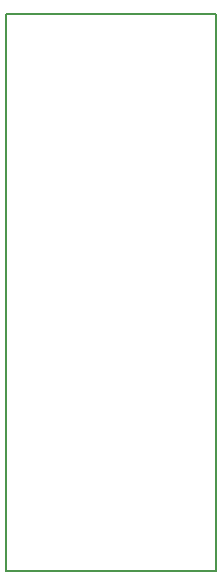
<source format=gko>
G04 DipTrace Beta 2.3.5.2*
%INIoDriverRevC.gko*%
%MOIN*%
%ADD11C,0.0055*%
%FSLAX44Y44*%
G04*
G70*
G90*
G75*
G01*
%LNBoardOutline*%
%LPD*%
X3940Y22503D2*
D11*
X10940D1*
Y3940D1*
X3940D1*
Y22503D1*
M02*

</source>
